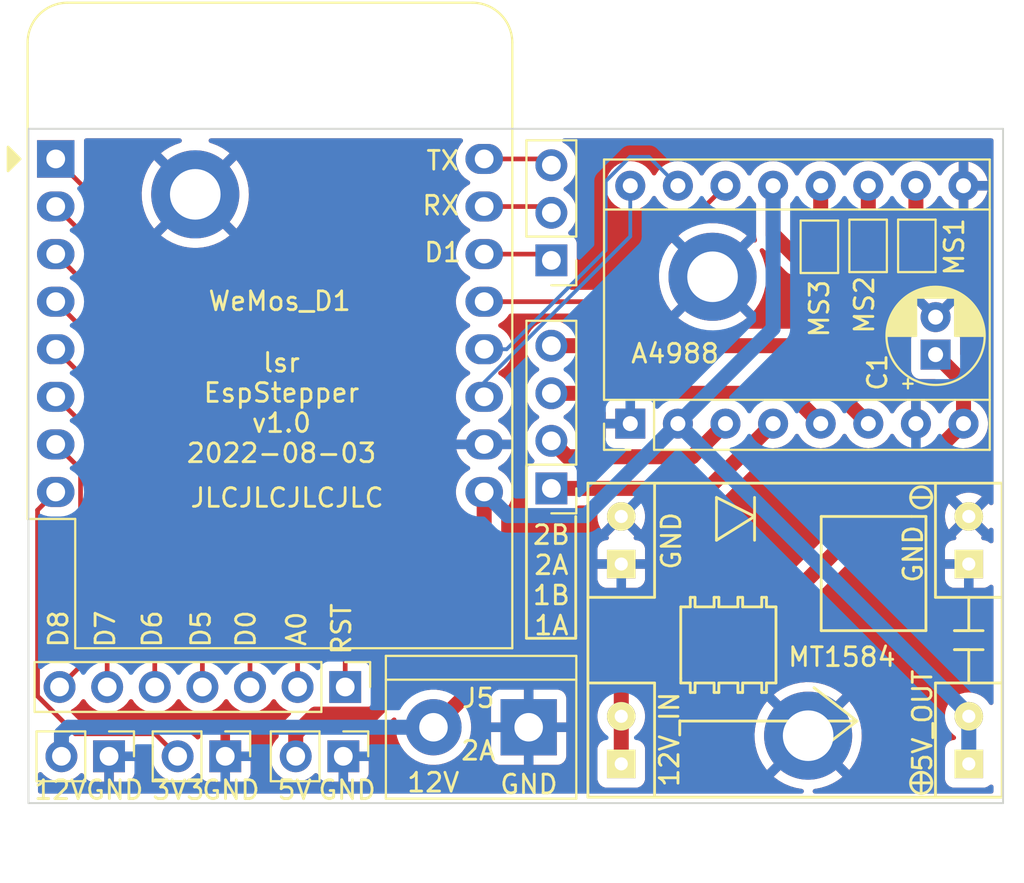
<source format=kicad_pcb>
(kicad_pcb (version 20211014) (generator pcbnew)
  (layers (0 "F.Cu" signal) (31 "B.Cu" signal) (34 "B.Paste" user) (35 "F.Paste" user) (36 "B.SilkS" user "B.Silkscreen") (37 "F.SilkS" user "F.Silkscreen") (38 "B.Mask" user) (39 "F.Mask" user) (44 "Edge.Cuts" user))
  (net 0 "")
  (net 1 "GND")
  (net 2 "+5V")
  (net 3 "1B")
  (net 4 "1A")
  (net 5 "2A")
  (net 6 "2B")
  (net 7 "+12V")
  (net 8 "MS1")
  (net 9 "MS2")
  (net 10 "MS3")
  (net 11 "D2")
  (net 12 "D3")
  (net 13 "D4")
  (net 14 "RST")
  (net 15 "A0")
  (net 16 "D0")
  (net 17 "D5")
  (net 18 "D6")
  (net 19 "D7")
  (net 20 "D8")
  (net 21 "+3V3")
  (net 22 "D1")
  (net 23 "RX")
  (net 24 "TX")
  (footprint "lsr:MP1584_buck_module" (layer "F.Cu") (at 87 101.6)
    (fp_text reference "MT1584" (at 2.5 0.9) (layer "F.SilkS"))
    (fp_text value "MT1584")
    (fp_line (start -2.159 -6.604) (end -4.191 -7.62) (layer "F.SilkS") (width 0.15))
    (fp_line (start -1.778 -2.286) (end -1.524 -2.286) (layer "F.SilkS") (width 0.15))
    (fp_line (start -5.588 -2.286) (end -5.334 -2.286) (layer "F.SilkS") (width 0.15))
    (fp_line (start -7.493 -8.382) (end -7.493 -2.286) (layer "F.SilkS") (width 0.15))
    (fp_line (start -2.794 -2.286) (end -2.794 -1.778) (layer "F.SilkS") (width 0.15))
    (fp_line (start 7.493 -2.286) (end 7.493 -8.382) (layer "F.SilkS") (width 0.15))
    (fp_line (start 3.302 4.318) (end 1.016 6.096) (layer "F.SilkS") (width 0.15))
    (fp_line (start -1.524 -1.778) (end -1.524 -2.286) (layer "F.SilkS") (width 0.15))
    (fp_line (start -5.334 -1.778) (end -4.318 -1.778) (layer "F.SilkS") (width 0.15))
    (fp_line (start 3.302 4.318) (end 1.016 2.54) (layer "F.SilkS") (width 0.15))
    (fp_line (start -4.191 -5.334) (end -2.159 -6.604) (layer "F.SilkS") (width 0.15))
    (fp_line (start -2.794 2.286) (end -2.794 2.794) (layer "F.SilkS") (width 0.15))
    (fp_line (start 6.223 7.62) (end 7.239 7.62) (layer "F.SilkS") (width 0.15))
    (fp_line (start -7.493 -2.286) (end -11.049 -2.286) (layer "F.SilkS") (width 0.15))
    (fp_line (start -3.048 -2.286) (end -2.794 -2.286) (layer "F.SilkS") (width 0.15))
    (fp_line (start -5.588 2.794) (end -5.588 2.286) (layer "F.SilkS") (width 0.15))
    (fp_line (start -5.334 -1.778) (end -5.334 -2.286) (layer "F.SilkS") (width 0.15))
    (fp_line (start 8.509 -0.508) (end 10.033 -0.508) (layer "F.SilkS") (width 0.15))
    (fp_line (start -1.524 2.286) (end -1.524 2.794) (layer "F.SilkS") (width 0.15))
    (fp_line (start -3.048 2.286) (end -4.064 2.286) (layer "F.SilkS") (width 0.15))
    (fp_line (start 6.223 -6.604) (end 1.397 -6.604) (layer "F.SilkS") (width 0.15))
    (fp_line (start -11.049 8.382) (end -11.049 -8.382) (layer "F.SilkS") (width 0.15))
    (fp_line (start -4.318 -1.778) (end -4.318 -2.286) (layer "F.SilkS") (width 0.15))
    (fp_line (start -2.159 -7.62) (end -2.159 -5.334) (layer "F.SilkS") (width 0.15))
    (fp_line (start -5.334 2.286) (end -5.334 2.794) (layer "F.SilkS") (width 0.15))
    (fp_line (start -5.588 -1.778) (end -5.588 -2.286) (layer "F.SilkS") (width 0.15))
    (fp_line (start -1.016 -1.778) (end -1.016 2.286) (layer "F.SilkS") (width 0.15))
    (fp_line (start 9.271 0.508) (end 9.271 2.286) (layer "F.SilkS") (width 0.15))
    (fp_line (start -2.794 2.794) (end -3.048 2.794) (layer "F.SilkS") (width 0.15))
    (fp_line (start -1.778 2.286) (end -2.794 2.286) (layer "F.SilkS") (width 0.15))
    (fp_line (start -5.588 2.286) (end -6.096 2.286) (layer "F.SilkS") (width 0.15))
    (fp_line (start -4.064 2.286) (end -4.064 2.794) (layer "F.SilkS") (width 0.15))
    (fp_line (start -1.016 2.286) (end -1.524 2.286) (layer "F.SilkS") (width 0.15))
    (fp_line (start -4.191 -7.62) (end -4.191 -5.334) (layer "F.SilkS") (width 0.15))
    (fp_line (start -6.096 2.032) (end -6.096 -1.778) (layer "F.SilkS") (width 0.15))
    (fp_line (start -4.318 -2.286) (end -4.064 -2.286) (layer "F.SilkS") (width 0.15))
    (fp_line (start -1.524 2.794) (end -1.778 2.794) (layer "F.SilkS") (width 0.15))
    (fp_line (start 11.049 -2.286) (end 7.493 -2.286) (layer "F.SilkS") (width 0.15))
    (fp_line (start -1.778 -1.778) (end -1.778 -2.286) (layer "F.SilkS") (width 0.15))
    (fp_line (start 6.223 -7.62) (end 7.239 -7.62) (layer "F.SilkS") (width 0.15))
    (fp_line (start -4.318 2.794) (end -4.318 2.286) (layer "F.SilkS") (width 0.15))
    (fp_line (start -7.493 2.286) (end -7.493 8.382) (layer "F.SilkS") (width 0.15))
    (fp_line (start 9.271 -2.286) (end 9.271 -0.508) (layer "F.SilkS") (width 0.15))
    (fp_line (start -6.096 2.286) (end -6.096 2.032) (layer "F.SilkS") (width 0.15))
    (fp_line (start 7.493 2.286) (end 11.049 2.286) (layer "F.SilkS") (width 0.15))
    (fp_line (start -1.524 -1.778) (end -1.016 -1.778) (layer "F.SilkS") (width 0.15))
    (fp_line (start 1.397 -6.604) (end 1.397 -0.508) (layer "F.SilkS") (width 0.15))
    (fp_line (start -5.334 2.794) (end -5.588 2.794) (layer "F.SilkS") (width 0.15))
    (fp_line (start 11.049 -8.382) (end 11.049 8.382) (layer "F.SilkS") (width 0.15))
    (fp_line (start 6.731 7.112) (end 6.731 8.128) (layer "F.SilkS") (width 0.15))
    (fp_line (start -3.048 -1.778) (end -3.048 -2.286) (layer "F.SilkS") (width 0.15))
    (fp_line (start -2.794 -1.778) (end -1.778 -1.778) (layer "F.SilkS") (width 0.15))
    (fp_line (start 10.033 0.508) (end 8.509 0.508) (layer "F.SilkS") (width 0.15))
    (fp_line (start 6.985 -0.508) (end 6.985 -6.604) (layer "F.SilkS") (width 0.15))
    (fp_line (start -4.318 2.286) (end -5.334 2.286) (layer "F.SilkS") (width 0.15))
    (fp_line (start -4.064 -1.778) (end -4.064 -2.286) (layer "F.SilkS") (width 0.15))
    (fp_line (start -6.096 4.318) (end 3.302 4.318) (layer "F.SilkS") (width 0.15))
    (fp_line (start -5.842 -1.778) (end -5.588 -1.778) (layer "F.SilkS") (width 0.15))
    (fp_line (start -11.049 -8.382) (end 11.049 -8.382) (layer "F.SilkS") (width 0.15))
    (fp_line (start 8.509 0.508) (end 9.271 0.508) (layer "F.SilkS") (width 0.15))
    (fp_line (start -4.064 2.794) (end -4.318 2.794) (layer "F.SilkS") (width 0.15))
    (fp_line (start -11.049 2.286) (end -7.493 2.286) (layer "F.SilkS") (width 0.15))
    (fp_line (start -4.064 -1.778) (end -3.048 -1.778) (layer "F.SilkS") (width 0.15))
    (fp_line (start 7.493 8.382) (end 7.493 2.286) (layer "F.SilkS") (width 0.15))
    (fp_line (start -3.048 2.794) (end -3.048 2.286) (layer "F.SilkS") (width 0.15))
    (fp_line (start -1.778 2.794) (end -1.778 2.286) (layer "F.SilkS") (width 0.15))
    (fp_line (start -6.096 -1.778) (end -5.842 -1.778) (layer "F.SilkS") (width 0.15))
    (fp_line (start 9.271 -0.508) (end 8.509 -0.508) (layer "F.SilkS") (width 0.15))
    (fp_line (start 1.397 -0.508) (end 6.985 -0.508) (layer "F.SilkS") (width 0.15))
    (fp_line (start 11.049 8.382) (end -11.049 8.382) (layer "F.SilkS") (width 0.15))
    (fp_line (start 6.985 -6.604) (end 6.223 -6.604) (layer "F.SilkS") (width 0.15))
    (fp_circle (center 6.731 7.62) (end 7.239 7.874) (layer "F.SilkS") (width 0.15) (fill none))
    (fp_circle (center 6.731 -7.62) (end 7.239 -7.874) (layer "F.SilkS") (width 0.15) (fill none))
    (pad "1" thru_hole circle locked (at -9.271 4.064) (size 1.524 1.524) (drill 0.7) (layers *.Cu *.Mask "F.SilkS") (net 7 "+12V"))
    (pad "1" thru_hole rect locked (at -9.271 6.604) (size 1.524 1.524) (drill 0.7) (layers *.Cu *.Mask "F.SilkS") (net 7 "+12V"))
    (pad "2" thru_hole rect locked (at -9.271 -4.064) (size 1.524 1.524) (drill 0.7) (layers *.Cu *.Mask "F.SilkS") (net 1 "GND"))
    (pad "2" thru_hole circle locked (at -9.271 -6.604) (size 1.524 1.524) (drill 0.7) (layers *.Cu *.Mask "F.SilkS") (net 1 "GND"))
    (pad "3" thru_hole circle locked (at 9.271 -6.604) (size 1.524 1.524) (drill 0.7) (layers *.Cu *.Mask "F.SilkS") (net 1 "GND"))
    (pad "3" thru_hole rect locked (at 9.271 -4.064) (size 1.524 1.524) (drill 0.7) (layers *.Cu *.Mask "F.SilkS") (net 1 "GND"))
    (pad "4" thru_hole circle locked (at 9.271 4.064) (size 1.524 1.524) (drill 0.7) (layers *.Cu *.Mask "F.SilkS") (net 2 "+5V"))
    (pad "4" thru_hole rect locked (at 9.271 6.604) (size 1.524 1.524) (drill 0.7) (layers *.Cu *.Mask "F.SilkS") (net 2 "+5V"))
  )
  (footprint "Module:WEMOS_D1_mini_light" (layer "F.Cu") (at 47.555 75.91)
    (fp_text reference "WeMos_D1" (at 11.945 7.59) (layer "F.SilkS"))
    (fp_text value "WeMos_D1_mini")
    (fp_line (start 22.24 -8.34) (end 0.63 -8.34) (layer "F.SilkS") (width 0.12))
    (fp_line (start 24.36 26.12) (end 24.36 -6.21) (layer "F.SilkS") (width 0.12))
    (fp_line (start 1.04 26.12) (end 24.36 26.12) (layer "F.SilkS") (width 0.12))
    (fp_line (start -1.5 19.22) (end 1.04 19.22) (layer "F.SilkS") (width 0.12))
    (fp_line (start -1.5 19.22) (end -1.5 -6.21) (layer "F.SilkS") (width 0.12))
    (fp_line (start 1.04 19.22) (end 1.04 26.12) (layer "F.SilkS") (width 0.12))
    (fp_arc (start -1.5 -6.21) (mid -0.876137 -7.716137) (end 0.63 -8.34) (layer "F.SilkS") (width 0.12))
    (fp_arc (start 22.23 -8.34) (mid 23.736137 -7.716137) (end 24.36 -6.21) (layer "F.SilkS") (width 0.12))
    (fp_poly (pts (xy -2.54 -0.635) (xy -2.54 0.635) (xy -1.905 0)) (layer "F.SilkS") (width 0.15) (fill solid))
    (pad "1" thru_hole rect (at 0 0) (size 2 2) (drill 1) (layers *.Cu *.Mask) (net 14 "RST"))
    (pad "2" thru_hole oval (at 0 2.54) (size 2 1.6) (drill 1) (layers *.Cu *.Mask) (net 15 "A0"))
    (pad "3" thru_hole oval (at 0 5.08) (size 2 1.6) (drill 1) (layers *.Cu *.Mask) (net 16 "D0"))
    (pad "4" thru_hole oval (at 0 7.62) (size 2 1.6) (drill 1) (layers *.Cu *.Mask) (net 17 "D5"))
    (pad "5" thru_hole oval (at 0 10.16) (size 2 1.6) (drill 1) (layers *.Cu *.Mask) (net 18 "D6"))
    (pad "6" thru_hole oval (at 0 12.7) (size 2 1.6) (drill 1) (layers *.Cu *.Mask) (net 19 "D7"))
    (pad "7" thru_hole oval (at 0 15.24) (size 2 1.6) (drill 1) (layers *.Cu *.Mask) (net 20 "D8"))
    (pad "8" thru_hole oval (at 0 17.78) (size 2 1.6) (drill 1) (layers *.Cu *.Mask) (net 21 "+3V3"))
    (pad "9" thru_hole oval (at 22.86 17.78) (size 2 1.6) (drill 1) (layers *.Cu *.Mask) (net 2 "+5V"))
    (pad "10" thru_hole oval (at 22.86 15.24) (size 2 1.6) (drill 1) (layers *.Cu *.Mask) (net 1 "GND"))
    (pad "11" thru_hole oval (at 22.86 12.7) (size 2 1.6) (drill 1) (layers *.Cu *.Mask) (net 13 "D4"))
    (pad "12" thru_hole oval (at 22.86 10.16) (size 2 1.6) (drill 1) (layers *.Cu *.Mask) (net 12 "D3"))
    (pad "13" thru_hole oval (at 22.86 7.62) (size 2 1.6) (drill 1) (layers *.Cu *.Mask) (net 11 "D2"))
    (pad "14" thru_hole oval (at 22.86 5.08) (size 2 1.6) (drill 1) (layers *.Cu *.Mask) (net 22 "D1"))
    (pad "15" thru_hole oval (at 22.86 2.54) (size 2 1.6) (drill 1) (layers *.Cu *.Mask) (net 23 "RX"))
    (pad "16" thru_hole oval (at 22.86 0) (size 2 1.6) (drill 1) (layers *.Cu *.Mask) (net 24 "TX"))
  )
  (footprint "MountingHole:MountingHole_2.7mm_M2.5_DIN965_Pad_TopBottom" (layer "F.Cu") (at 82.6 82.2 180)
    (fp_text reference "H1")
    (fp_text value "MountingHole_Pad")
    (pad "1" connect circle (at 0 0 180) (size 4.7 4.7) (layers "F.Cu" "F.Mask") (net 1 "GND"))
    (pad "1" thru_hole circle (at 0 0 180) (size 3.1 3.1) (drill 2.7) (layers *.Cu *.Mask) (net 1 "GND"))
    (pad "1" connect circle (at 0 0 180) (size 4.7 4.7) (layers "B.Cu" "B.Mask") (net 1 "GND"))
  )
  (footprint "Connector_PinHeader_2.54mm:PinHeader_1x04_P2.54mm_Vertical" (layer "F.Cu") (at 74 93.5 180)
    (fp_text reference "J3")
    (fp_text value "Conn_01x04_Male")
    (fp_line (start -1.33 0) (end -1.33 -1.33) (layer "F.SilkS") (width 0.12))
    (fp_line (start -1.33 8.95) (end 1.33 8.95) (layer "F.SilkS") (width 0.12))
    (fp_line (start 1.33 1.27) (end 1.33 8.95) (layer "F.SilkS") (width 0.12))
    (fp_line (start -1.33 1.27) (end 1.33 1.27) (layer "F.SilkS") (width 0.12))
    (fp_line (start -1.33 -1.33) (end 0 -1.33) (layer "F.SilkS") (width 0.12))
    (fp_line (start -1.33 1.27) (end -1.33 8.95) (layer "F.SilkS") (width 0.12))
    (pad "1" thru_hole rect (at 0 0 180) (size 1.7 1.7) (drill 1) (layers *.Cu *.Mask) (net 4 "1A"))
    (pad "2" thru_hole oval (at 0 2.54 180) (size 1.7 1.7) (drill 1) (layers *.Cu *.Mask) (net 3 "1B"))
    (pad "3" thru_hole oval (at 0 5.08 180) (size 1.7 1.7) (drill 1) (layers *.Cu *.Mask) (net 5 "2A"))
    (pad "4" thru_hole oval (at 0 7.62 180) (size 1.7 1.7) (drill 1) (layers *.Cu *.Mask) (net 6 "2B"))
  )
  (footprint "MountingHole:MountingHole_2.7mm_M2.5_DIN965_Pad_TopBottom" (layer "F.Cu") (at 87.7 106.7 180)
    (fp_text reference "H2")
    (fp_text value "MountingHole_Pad")
    (pad "1" connect circle (at 0 0 180) (size 4.7 4.7) (layers "F.Cu" "F.Mask") (net 1 "GND"))
    (pad "1" connect circle (at 0 0 180) (size 4.7 4.7) (layers "B.Cu" "B.Mask") (net 1 "GND"))
    (pad "1" thru_hole circle (at 0 0 180) (size 3.1 3.1) (drill 2.7) (layers *.Cu *.Mask) (net 1 "GND"))
  )
  (footprint "TerminalBlock:TerminalBlock_bornier-2_P5.08mm" (layer "F.Cu") (at 72.79 106.25 180)
    (fp_text reference "J5" (at 2.69 1.55) (layer "F.SilkS"))
    (fp_text value "Screw_Terminal_01x02")
    (fp_line (start -2.54 3.81) (end 7.62 3.81) (layer "F.SilkS") (width 0.12))
    (fp_line (start 7.62 2.54) (end -2.54 2.54) (layer "F.SilkS") (width 0.12))
    (fp_line (start 7.62 -3.81) (end -2.54 -3.81) (layer "F.SilkS") (width 0.12))
    (fp_line (start 7.62 3.81) (end 7.62 -3.81) (layer "F.SilkS") (width 0.12))
    (fp_line (start -2.54 -3.81) (end -2.54 3.81) (layer "F.SilkS") (width 0.12))
    (pad "1" thru_hole rect (at 0 0 180) (size 3 3) (drill 1.52) (layers *.Cu *.Mask) (net 1 "GND"))
    (pad "2" thru_hole circle (at 5.08 0 180) (size 3 3) (drill 1.52) (layers *.Cu *.Mask) (net 7 "+12V"))
  )
  (footprint "Connector_PinHeader_2.54mm:PinHeader_1x02_P2.54mm_Vertical" (layer "F.Cu") (at 50.4 107.8 -90)
    (fp_text reference "J6")
    (fp_text value "Conn_01x02_Male")
    (fp_line (start -1.33 0) (end -1.33 -1.33) (layer "F.SilkS") (width 0.12))
    (fp_line (start 1.33 1.27) (end 1.33 3.87) (layer "F.SilkS") (width 0.12))
    (fp_line (start -1.33 1.27) (end -1.33 3.87) (layer "F.SilkS") (width 0.12))
    (fp_line (start -1.33 1.27) (end 1.33 1.27) (layer "F.SilkS") (width 0.12))
    (fp_line (start -1.33 3.87) (end 1.33 3.87) (layer "F.SilkS") (width 0.12))
    (fp_line (start -1.33 -1.33) (end 0 -1.33) (layer "F.SilkS") (width 0.12))
    (pad "1" thru_hole rect (at 0 0 270) (size 1.7 1.7) (drill 1) (layers *.Cu *.Mask) (net 1 "GND"))
    (pad "2" thru_hole oval (at 0 2.54 270) (size 1.7 1.7) (drill 1) (layers *.Cu *.Mask) (net 7 "+12V"))
  )
  (footprint "Jumper:SolderJumper-2_P1.3mm_Bridged_Pad1.0x1.5mm" (layer "F.Cu") (at 88.3 80.6 90)
    (fp_text reference "MS3" (at -3.3 0 270) (layer "F.SilkS"))
    (fp_text value "SolderJumper_2_Bridged")
    (fp_poly (pts (xy -0.25 -0.3) (xy 0.25 -0.3) (xy 0.25 0.3) (xy -0.25 0.3)) (layer "F.Cu") (width 0) (fill solid))
    (fp_line (start -1.4 -1) (end 1.4 -1) (layer "F.SilkS") (width 0.12))
    (fp_line (start -1.4 1) (end -1.4 -1) (layer "F.SilkS") (width 0.12))
    (fp_line (start 1.4 1) (end -1.4 1) (layer "F.SilkS") (width 0.12))
    (fp_line (start 1.4 -1) (end 1.4 1) (layer "F.SilkS") (width 0.12))
    (pad "1" smd rect (at -0.65 0 90) (size 1 1.5) (layers "F.Cu" "F.Mask") (net 2 "+5V"))
    (pad "2" smd rect (at 0.65 0 90) (size 1 1.5) (layers "F.Cu" "F.Mask") (net 10 "MS3"))
  )
  (footprint "Capacitor_THT:CP_Radial_D5.0mm_P2.00mm" (layer "F.Cu") (at 94.5 86.355113 90)
    (fp_text reference "C1" (at -0.944887 -3.1 90) (layer "F.SilkS"))
    (fp_text value "C_Polarized")
    (fp_line (start 2.441 -2.149) (end 2.441 -1.04) (layer "F.SilkS") (width 0.12))
    (fp_line (start 1.6 1.04) (end 1.6 2.511) (layer "F.SilkS") (width 0.12))
    (fp_line (start 2.761 1.04) (end 2.761 1.901) (layer "F.SilkS") (width 0.12))
    (fp_line (start 2.681 1.04) (end 2.681 1.971) (layer "F.SilkS") (width 0.12))
    (fp_line (start 2.761 -1.901) (end 2.761 -1.04) (layer "F.SilkS") (width 0.12))
    (fp_line (start 2.841 -1.826) (end 2.841 -1.04) (layer "F.SilkS") (width 0.12))
    (fp_line (start 3.001 -1.653) (end 3.001 -1.04) (layer "F.SilkS") (width 0.12))
    (fp_line (start 1.68 1.04) (end 1.68 2.491) (layer "F.SilkS") (width 0.12))
    (fp_line (start 3.521 -0.677) (end 3.521 0.677) (layer "F.SilkS") (width 0.12))
    (fp_line (start 1.2 1.04) (end 1.2 2.573) (layer "F.SilkS") (width 0.12))
    (fp_line (start 2.721 -1.937) (end 2.721 -1.04) (layer "F.SilkS") (width 0.12))
    (fp_line (start 3.281 -1.251) (end 3.281 1.251) (layer "F.SilkS") (width 0.12))
    (fp_line (start 1.16 -2.576) (end 1.16 -1.04) (layer "F.SilkS") (width 0.12))
    (fp_line (start 1.08 1.04) (end 1.08 2.579) (layer "F.SilkS") (width 0.12))
    (fp_line (start 1.68 -2.491) (end 1.68 -1.04) (layer "F.SilkS") (width 0.12))
    (fp_line (start 1.4 1.04) (end 1.4 2.55) (layer "F.SilkS") (width 0.12))
    (fp_line (start 2.281 -2.247) (end 2.281 -1.04) (layer "F.SilkS") (width 0.12))
    (fp_line (start 1.52 1.04) (end 1.52 2.528) (layer "F.SilkS") (width 0.12))
    (fp_line (start 1.761 1.04) (end 1.761 2.468) (layer "F.SilkS") (width 0.12))
    (fp_line (start 2.161 1.04) (end 2.161 2.31) (layer "F.SilkS") (width 0.12))
    (fp_line (start 2.321 -2.224) (end 2.321 -1.04) (layer "F.SilkS") (width 0.12))
    (fp_line (start 2.081 -2.348) (end 2.081 -1.04) (layer "F.SilkS") (width 0.12))
    (fp_line (start 2.241 -2.268) (end 2.241 -1.04) (layer "F.SilkS") (width 0.12))
    (fp_line (start 2.601 1.04) (end 2.601 2.035) (layer "F.SilkS") (width 0.12))
    (fp_line (start 1.56 1.04) (end 1.56 2.52) (layer "F.SilkS") (width 0.12))
    (fp_line (start 2.441 1.04) (end 2.441 2.149) (layer "F.SilkS") (width 0.12))
    (fp_line (start 3.401 -1.011) (end 3.401 1.011) (layer "F.SilkS") (width 0.12))
    (fp_line (start 3.201 -1.383) (end 3.201 1.383) (layer "F.SilkS") (width 0.12))
    (fp_line (start 1.2 -2.573) (end 1.2 -1.04) (layer "F.SilkS") (width 0.12))
    (fp_line (start 2.521 1.04) (end 2.521 2.095) (layer "F.SilkS") (width 0.12))
    (fp_line (start 2.121 1.04) (end 2.121 2.329) (layer "F.SilkS") (width 0.12))
    (fp_line (start 3.561 -0.518) (end 3.561 0.518) (layer "F.SilkS") (width 0.12))
    (fp_line (start 3.161 -1.443) (end 3.161 1.443) (layer "F.SilkS") (width 0.12))
    (fp_line (start 2.321 1.04) (end 2.321 2.224) (layer "F.SilkS") (width 0.12))
    (fp_line (start 1.801 1.04) (end 1.801 2.455) (layer "F.SilkS") (width 0.12))
    (fp_line (start 2.481 1.04) (end 2.481 2.122) (layer "F.SilkS") (width 0.12))
    (fp_line (start 2.961 1.04) (end 2.961 1.699) (layer "F.SilkS") (width 0.12))
    (fp_line (start 1.881 1.04) (end 1.881 2.428) (layer "F.SilkS") (width 0.12))
    (fp_line (start 1.08 -2.579) (end 1.08 -1.04) (layer "F.SilkS") (width 0.12))
    (fp_line (start 1.801 -2.455) (end 1.801 -1.04) (layer "F.SilkS") (width 0.12))
    (fp_line (start 1.6 -2.511) (end 1.6 -1.04) (layer "F.SilkS") (width 0.12))
    (fp_line (start 2.881 1.04) (end 2.881 1.785) (layer "F.SilkS") (width 0.12))
    (fp_line (start 1.56 -2.52) (end 1.56 -1.04) (layer "F.SilkS") (width 0.12))
    (fp_line (start 2.641 1.04) (end 2.641 2.004) (layer "F.SilkS") (width 0.12))
    (fp_line (start 2.961 -1.699) (end 2.961 -1.04) (layer "F.SilkS") (width 0.12))
    (fp_line (start 1.52 -2.528) (end 1.52 -1.04) (layer "F.SilkS") (width 0.12))
    (fp_line (start 1.4 -2.55) (end 1.4 -1.04) (layer "F.SilkS") (width 0.12))
    (fp_line (start 2.201 -2.29) (end 2.201 -1.04) (layer "F.SilkS") (width 0.12))
    (fp_line (start 2.921 -1.743) (end 2.921 -1.04) (layer "F.SilkS") (width 0.12))
    (fp_line (start 3.121 -1.5) (end 3.121 1.5) (layer "F.SilkS") (width 0.12))
    (fp_line (start 2.401 -2.175) (end 2.401 -1.04) (layer "F.SilkS") (width 0.12))
    (fp_line (start 1.721 1.04) (end 1.721 2.48) (layer "F.SilkS") (width 0.12))
    (fp_line (start 2.841 1.04) (end 2.841 1.826) (layer "F.SilkS") (width 0.12))
    (fp_line (start 3.481 -0.805) (end 3.481 0.805) (layer "F.SilkS") (width 0.12))
    (fp_line (start 1.721 -2.48) (end 1.721 -1.04) (layer "F.SilkS") (width 0.12))
    (fp_line (start 1.12 1.04) (end 1.12 2.578) (layer "F.SilkS") (width 0.12))
    (fp_line (start 2.681 -1.971) (end 2.681 -1.04) (layer "F.SilkS") (width 0.12))
    (fp_line (start 1.761 -2.468) (end 1.761 -1.04) (layer "F.SilkS") (width 0.12))
    (fp_line (start 2.721 1.04) (end 2.721 1.937) (layer "F.SilkS") (width 0.12))
    (fp_line (start 1.961 1.04) (end 1.961 2.398) (layer "F.SilkS") (width 0.12))
    (fp_line (start 1.32 -2.561) (end 1.32 -1.04) (layer "F.SilkS") (width 0.12))
    (fp_line (start 1.921 -2.414) (end 1.921 -1.04) (layer "F.SilkS") (width 0.12))
    (fp_line (start 1.24 -2.569) (end 1.24 -1.04) (layer "F.SilkS") (width 0.12))
    (fp_line (start 2.041 -2.365) (end 2.041 -1.04) (layer "F.SilkS") (width 0.12))
    (fp_line (start 2.401 1.04) (end 2.401 2.175) (layer "F.SilkS") (width 0.12))
    (fp_line (start 2.921 1.04) (end 2.921 1.743) (layer "F.SilkS") (width 0.12))
    (fp_line (start 3.321 -1.178) (end 3.321 1.178) (layer "F.SilkS") (width 0.12))
    (fp_line (start 1.28 1.04) (end 1.28 2.565) (layer "F.SilkS") (width 0.12))
    (fp_line (start 2.001 1.04) (end 2.001 2.382) (layer "F.SilkS") (width 0.12))
    (fp_line (start 2.561 1.04) (end 2.561 2.065) (layer "F.SilkS") (width 0.12))
    (fp_line (start 1.28 -2.565) (end 1.28 -1.04) (layer "F.SilkS") (width 0.12))
    (fp_line (start 2.121 -2.329) (end 2.121 -1.04) (layer "F.SilkS") (width 0.12))
    (fp_line (start 1.48 -2.536) (end 1.48 -1.04) (layer "F.SilkS") (width 0.12))
    (fp_line (start 3.041 -1.605) (end 3.041 1.605) (layer "F.SilkS") (width 0.12))
    (fp_line (start 3.601 -0.284) (end 3.601 0.284) (layer "F.SilkS") (width 0.12))
    (fp_line (start 1.36 -2.556) (end 1.36 -1.04) (layer "F.SilkS") (width 0.12))
    (fp_line (start 1.48 1.04) (end 1.48 2.536) (layer "F.SilkS") (width 0.12))
    (fp_line (start 2.041 1.04) (end 2.041 2.365) (layer "F.SilkS") (width 0.12))
    (fp_line (start 1.04 1.04) (end 1.04 2.58) (layer "F.SilkS") (width 0.12))
    (fp_line (start 2.481 -2.122) (end 2.481 -1.04) (layer "F.SilkS") (width 0.12))
    (fp_line (start 1.841 -2.442) (end 1.841 -1.04) (layer "F.SilkS") (width 0.12))
    (fp_line (start 2.001 -2.382) (end 2.001 -1.04) (layer "F.SilkS") (width 0.12))
    (fp_line (start -1.804775 -1.475) (end -1.304775 -1.475) (layer "F.SilkS") (width 0.12))
    (fp_line (start 2.241 1.04) (end 2.241 2.268) (layer "F.SilkS") (width 0.12))
    (fp_line (start 2.281 1.04) (end 2.281 2.247) (layer "F.SilkS") (width 0.12))
    (fp_line (start 3.081 -1.554) (end 3.081 1.554) (layer "F.SilkS") (width 0.12))
    (fp_line (start 3.001 1.04) (end 3.001 1.653) (layer "F.SilkS") (width 0.12))
    (fp_line (start 2.801 -1.864) (end 2.801 -1.04) (layer "F.SilkS") (width 0.12))
    (fp_line (start 1.841 1.04) (end 1.841 2.442) (layer "F.SilkS") (width 0.12))
    (fp_line (start 1.64 -2.501) (end 1.64 -1.04) (layer "F.SilkS") (width 0.12))
    (fp_line (start 2.201 1.04) (end 2.201 2.29) (layer "F.SilkS") (width 0.12))
    (fp_line (start 3.441 -0.915) (end 3.441 0.915) (layer "F.SilkS") (width 0.12))
    (fp_line (start 2.641 -2.004) (end 2.641 -1.04) (layer "F.SilkS") (width 0.12))
    (fp_line (start 1.32 1.04) (end 1.32 2.561) (layer "F.SilkS") (width 0.12))
    (fp_line (start 1.961 -2.398) (end 1.961 -1.04) (layer "F.SilkS") (width 0.12))
    (fp_line (start 1.44 -2.543) (end 1.44 -1.04) (layer "F.SilkS") (width 0.12))
    (fp_line (start 3.241 -1.319) (end 3.241 1.319) (layer "F.SilkS") (width 0.12))
    (fp_line (start -1.554775 -1.725) (end -1.554775 -1.225) (layer "F.SilkS") (width 0.12))
    (fp_line (start 1 -2.58) (end 1 -1.04) (layer "F.SilkS") (width 0.12))
    (fp_line (start 2.361 -2.2) (end 2.361 -1.04) (layer "F.SilkS") (width 0.12))
    (fp_line (start 1.24 1.04) (end 1.24 2.569) (layer "F.SilkS") (width 0.12))
    (fp_line (start 2.801 1.04) (end 2.801 1.864) (layer "F.SilkS") (width 0.12))
    (fp_line (start 1 1.04) (end 1 2.58) (layer "F.SilkS") (width 0.12))
    (fp_line (start 2.081 1.04) (end 2.081 2.348) (layer "F.SilkS") (width 0.12))
    (fp_line (start 1.64 1.04) (end 1.64 2.501) (layer "F.SilkS") (width 0.12))
    (fp_line (start 1.04 -2.58) (end 1.04 -1.04) (layer "F.SilkS") (width 0.12))
    (fp_line (start 3.361 -1.098) (end 3.361 1.098) (layer "F.SilkS") (width 0.12))
    (fp_line (start 2.561 -2.065) (end 2.561 -1.04) (layer "F.SilkS") (width 0.12))
    (fp_line (start 1.16 1.04) (end 1.16 2.576) (layer "F.SilkS") (width 0.12))
    (fp_line (start 2.601 -2.035) (end 2.601 -1.04) (layer "F.SilkS") (width 0.12))
    (fp_line (start 2.361 1.04) (end 2.361 2.2) (layer "F.SilkS") (width 0.12))
    (fp_line (start 1.36 1.04) (end 1.36 2.556) (layer "F.SilkS") (width 0.12))
    (fp_line (start 1.12 -2.578) (end 1.12 -1.04) (layer "F.SilkS") (width 0.12))
    (fp_line (start 1.881 -2.428) (end 1.881 -1.04) (layer "F.SilkS") (width 0.12))
    (fp_line (start 1.921 1.04) (end 1.921 2.414) (layer "F.SilkS") (width 0.12))
    (fp_line (start 2.521 -2.095) (end 2.521 -1.04) (layer "F.SilkS") (width 0.12))
    (fp_line (start 2.161 -2.31) (end 2.161 -1.04) (layer "F.SilkS") (width 0.12))
    (fp_line (start 1.44 1.04) (end 1.44 2.543) (layer "F.SilkS") (width 0.12))
    (fp_line (start 2.881 -1.785) (end 2.881 -1.04) (layer "F.SilkS") (width 0.12))
    (fp_circle (center 1 0) (end 3.62 0) (layer "F.SilkS") (width 0.12) (fill none))
    (pad "1" thru_hole rect (at 0 0 90) (size 1.6 1.6) (drill 0.8) (layers *.Cu *.Mask) (net 7 "+12V"))
    (pad "2" thru_hole circle (at 2 0 90) (size 1.6 1.6) (drill 0.8) (layers *.Cu *.Mask) (net 1 "GND"))
  )
  (footprint "Connector_PinHeader_2.54mm:PinHeader_1x03_P2.54mm_Vertical" (layer "F.Cu") (at 74 81.325 180)
    (fp_text reference "J4")
    (fp_text value "Conn_01x03_Male")
    (fp_line (start -1.33 1.27) (end -1.33 6.41) (layer "F.SilkS") (width 0.12))
    (fp_line (start -1.33 -1.33) (end 0 -1.33) (layer "F.SilkS") (width 0.12))
    (fp_line (start -1.33 6.41) (end 1.33 6.41) (layer "F.SilkS") (width 0.12))
    (fp_line (start -1.33 0) (end -1.33 -1.33) (layer "F.SilkS") (width 0.12))
    (fp_line (start -1.33 1.27) (end 1.33 1.27) (layer "F.SilkS") (width 0.12))
    (fp_line (start 1.33 1.27) (end 1.33 6.41) (layer "F.SilkS") (width 0.12))
    (pad "1" thru_hole rect (at 0 0 180) (size 1.7 1.7) (drill 1) (layers *.Cu *.Mask) (net 22 "D1"))
    (pad "2" thru_hole oval (at 0 2.54 180) (size 1.7 1.7) (drill 1) (layers *.Cu *.Mask) (net 23 "RX"))
    (pad "3" thru_hole oval (at 0 5.08 180) (size 1.7 1.7) (drill 1) (layers *.Cu *.Mask) (net 24 "TX"))
  )
  (footprint "Connector_PinHeader_2.54mm:PinHeader_1x07_P2.54mm_Vertical" (layer "F.Cu") (at 63 104.1 -90)
    (fp_text reference "J1")
    (fp_text value "Conn_01x07_Male")
    (fp_line (start -1.33 16.57) (end 1.33 16.57) (layer "F.SilkS") (width 0.12))
    (fp_line (start -1.33 0) (end -1.33 -1.33) (layer "F.SilkS") (width 0.12))
    (fp_line (start -1.33 1.27) (end 1.33 1.27) (layer "F.SilkS") (width 0.12))
    (fp_line (start -1.33 -1.33) (end 0 -1.33) (layer "F.SilkS") (width 0.12))
    (fp_line (start -1.33 1.27) (end -1.33 16.57) (layer "F.SilkS") (width 0.12))
    (fp_line (start 1.33 1.27) (end 1.33 16.57) (layer "F.SilkS") (width 0.12))
    (pad "1" thru_hole rect (at 0 0 270) (size 1.7 1.7) (drill 1) (layers *.Cu *.Mask) (net 14 "RST"))
    (pad "2" thru_hole oval (at 0 2.54 270) (size 1.7 1.7) (drill 1) (layers *.Cu *.Mask) (net 15 "A0"))
    (pad "3" thru_hole oval (at 0 5.08 270) (size 1.7 1.7) (drill 1) (layers *.Cu *.Mask) (net 16 "D0"))
    (pad "4" thru_hole oval (at 0 7.62 270) (size 1.7 1.7) (drill 1) (layers *.Cu *.Mask) (net 17 "D5"))
    (pad "5" thru_hole oval (at 0 10.16 270) (size 1.7 1.7) (drill 1) (layers *.Cu *.Mask) (net 18 "D6"))
    (pad "6" thru_hole oval (at 0 12.7 270) (size 1.7 1.7) (drill 1) (layers *.Cu *.Mask) (net 19 "D7"))
    (pad "7" thru_hole oval (at 0 15.24 270) (size 1.7 1.7) (drill 1) (layers *.Cu *.Mask) (net 20 "D8"))
  )
  (footprint "Connector_PinHeader_2.54mm:PinHeader_1x02_P2.54mm_Vertical" (layer "F.Cu") (at 56.6 107.8 -90)
    (fp_text reference "J2")
    (fp_text value "Conn_01x02_Male")
    (fp_line (start 1.33 1.27) (end 1.33 3.87) (layer "F.SilkS") (width 0.12))
    (fp_line (start -1.33 1.27) (end 1.33 1.27) (layer "F.SilkS") (width 0.12))
    (fp_line (start -1.33 0) (end -1.33 -1.33) (layer "F.SilkS") (width 0.12))
    (fp_line (start -1.33 3.87) (end 1.33 3.87) (layer "F.SilkS") (width 0.12))
    (fp_line (start -1.33 -1.33) (end 0 -1.33) (layer "F.SilkS") (width 0.12))
    (fp_line (start -1.33 1.27) (end -1.33 3.87) (layer "F.SilkS") (width 0.12))
    (pad "1" thru_hole rect (at 0 0 270) (size 1.7 1.7) (drill 1) (layers *.Cu *.Mask) (net 1 "GND"))
    (pad "2" thru_hole oval (at 0 2.54 270) (size 1.7 1.7) (drill 1) (layers *.Cu *.Mask) (net 21 "+3V3"))
  )
  (footprint "Module:Pololu_Breakout-16_15.2x20.3mm" (layer "F.Cu") (at 78.21 90.04 90)
    (fp_text reference "A4988" (at 3.74 2.39 180) (layer "F.SilkS"))
    (fp_text value "Pololu_Breakout_A4988")
    (fp_line (start 14.1 19.18) (end 14.1 -1.4) (layer "F.SilkS") (width 0.12))
    (fp_line (start 11.43 -1.4) (end 11.43 19.18) (layer "F.SilkS") (width 0.12))
    (fp_line (start -1.4 -1.4) (end -1.4 0) (layer "F.SilkS") (width 0.12))
    (fp_line (start 1.27 -1.4) (end 1.27 1.27) (layer "F.SilkS") (width 0.12))
    (fp_line (start 1.27 1.27) (end 1.27 19.18) (layer "F.SilkS") (width 0.12))
    (fp_line (start 0 -1.4) (end -1.4 -1.4) (layer "F.SilkS") (width 0.12))
    (fp_line (start 14.1 -1.4) (end 1.27 -1.4) (layer "F.SilkS") (width 0.12))
    (fp_line (start -1.4 19.18) (end 14.1 19.18) (layer "F.SilkS") (width 0.12))
    (fp_line (start -1.4 1.27) (end -1.4 19.18) (layer "F.SilkS") (width 0.12))
    (fp_line (start 1.27 1.27) (end -1.4 1.27) (layer "F.SilkS") (width 0.12))
    (pad "1" thru_hole rect (at 0 0 90) (size 1.6 1.6) (drill 0.8) (layers *.Cu *.Mask) (net 1 "GND"))
    (pad "2" thru_hole oval (at 0 2.54 90) (size 1.6 1.6) (drill 0.8) (layers *.Cu *.Mask) (net 2 "+5V"))
    (pad "3" thru_hole oval (at 0 5.08 90) (size 1.6 1.6) (drill 0.8) (layers *.Cu *.Mask) (net 3 "1B"))
    (pad "4" thru_hole oval (at 0 7.62 90) (size 1.6 1.6) (drill 0.8) (layers *.Cu *.Mask) (net 4 "1A"))
    (pad "5" thru_hole oval (at 0 10.16 90) (size 1.6 1.6) (drill 0.8) (layers *.Cu *.Mask) (net 5 "2A"))
    (pad "6" thru_hole oval (at 0 12.7 90) (size 1.6 1.6) (drill 0.8) (layers *.Cu *.Mask) (net 6 "2B"))
    (pad "7" thru_hole oval (at 0 15.24 90) (size 1.6 1.6) (drill 0.8) (layers *.Cu *.Mask) (net 1 "GND"))
    (pad "8" thru_hole oval (at 0 17.78 90) (size 1.6 1.6) (drill 0.8) (layers *.Cu *.Mask) (net 7 "+12V"))
    (pad "9" thru_hole oval (at 12.7 17.78 90) (size 1.6 1.6) (drill 0.8) (layers *.Cu *.Mask) (net 1 "GND"))
    (pad "10" thru_hole oval (at 12.7 15.24 90) (size 1.6 1.6) (drill 0.8) (layers *.Cu *.Mask) (net 8 "MS1"))
    (pad "11" thru_hole oval (at 12.7 12.7 90) (size 1.6 1.6) (drill 0.8) (layers *.Cu *.Mask) (net 9 "MS2"))
    (pad "12" thru_hole oval (at 12.7 10.16 90) (size 1.6 1.6) (drill 0.8) (layers *.Cu *.Mask) (net 10 "MS3"))
    (pad "13" thru_hole oval (at 12.7 7.62 90) (size 1.6 1.6) (drill 0.8) (layers *.Cu *.Mask) (net 2 "+5V"))
    (pad "14" thru_hole oval (at 12.7 5.08 90) (size 1.6 1.6) (drill 0.8) (layers *.Cu *.Mask) (net 11 "D2"))
    (pad "15" thru_hole oval (at 12.7 2.54 90) (size 1.6 1.6) (drill 0.8) (layers *.Cu *.Mask) (net 12 "D3"))
    (pad "16" thru_hole oval (at 12.7 0 90) (size 1.6 1.6) (drill 0.8) (layers *.Cu *.Mask) (net 13 "D4"))
  )
  (footprint "MountingHole:MountingHole_2.7mm_M2.5_DIN965_Pad_TopBottom" (layer "F.Cu") (at 55 77.8 180)
    (fp_text reference "H3")
    (fp_text value "MountingHole_Pad")
    (pad "1" connect circle (at 0 0 180) (size 4.7 4.7) (layers "F.Cu" "F.Mask") (net 1 "GND"))
    (pad "1" connect circle (at 0 0 180) (size 4.7 4.7) (layers "B.Cu" "B.Mask") (net 1 "GND"))
    (pad "1" thru_hole circle (at 0 0 180) (size 3.1 3.1) (drill 2.7) (layers *.Cu *.Mask) (net 1 "GND"))
  )
  (footprint "Connector_PinHeader_2.54mm:PinHeader_1x02_P2.54mm_Vertical" (layer "F.Cu") (at 62.9 107.8 -90)
    (fp_text reference "J7")
    (fp_text value "Conn_01x02_Male")
    (fp_line (start -1.33 1.27) (end -1.33 3.87) (layer "F.SilkS") (width 0.12))
    (fp_line (start -1.33 1.27) (end 1.33 1.27) (layer "F.SilkS") (width 0.12))
    (fp_line (start -1.33 -1.33) (end 0 -1.33) (layer "F.SilkS") (width 0.12))
    (fp_line (start -1.33 3.87) (end 1.33 3.87) (layer "F.SilkS") (width 0.12))
    (fp_line (start 1.33 1.27) (end 1.33 3.87) (layer "F.SilkS") (width 0.12))
    (fp_line (start -1.33 0) (end -1.33 -1.33) (layer "F.SilkS") (width 0.12))
    (pad "1" thru_hole rect (at 0 0 270) (size 1.7 1.7) (drill 1) (layers *.Cu *.Mask) (net 1 "GND"))
    (pad "2" thru_hole oval (at 0 2.54 270) (size 1.7 1.7) (drill 1) (layers *.Cu *.Mask) (net 2 "+5V"))
  )
  (footprint "Jumper:SolderJumper-2_P1.3mm_Bridged_Pad1.0x1.5mm" (layer "F.Cu") (at 93.5 80.55 90)
    (fp_text reference "MS1" (at -0.05 2 90) (layer "F.SilkS"))
    (fp_text value "SolderJumper_2_Bridged")
    (fp_poly (pts (xy -0.25 -0.3) (xy 0.25 -0.3) (xy 0.25 0.3) (xy -0.25 0.3)) (layer "F.Cu") (width 0) (fill solid))
    (fp_line (start -1.4 1) (end -1.4 -1) (layer "F.SilkS") (width 0.12))
    (fp_line (start 1.4 1) (end -1.4 1) (layer "F.SilkS") (width 0.12))
    (fp_line (start 1.4 -1) (end 1.4 1) (layer "F.SilkS") (width 0.12))
    (fp_line (start -1.4 -1) (end 1.4 -1) (layer "F.SilkS") (width 0.12))
    (pad "1" smd rect (at -0.65 0 90) (size 1 1.5) (layers "F.Cu" "F.Mask") (net 2 "+5V"))
    (pad "2" smd rect (at 0.65 0 90) (size 1 1.5) (layers "F.Cu" "F.Mask") (net 8 "MS1"))
  )
  (footprint "Jumper:SolderJumper-2_P1.3mm_Bridged_Pad1.0x1.5mm" (layer "F.Cu") (at 90.9 80.55 90)
    (fp_text reference "MS2" (at -3.15 -0.2 270) (layer "F.SilkS"))
    (fp_text value "SolderJumper_2_Bridged")
    (fp_poly (pts (xy -0.25 -0.3) (xy 0.25 -0.3) (xy 0.25 0.3) (xy -0.25 0.3)) (layer "F.Cu") (width 0) (fill solid))
    (fp_line (start 1.4 -1) (end 1.4 1) (layer "F.SilkS") (width 0.12))
    (fp_line (start -1.4 -1) (end 1.4 -1) (layer "F.SilkS") (width 0.12))
    (fp_line (start 1.4 1) (end -1.4 1) (layer "F.SilkS") (width 0.12))
    (fp_line (start -1.4 1) (end -1.4 -1) (layer "F.SilkS") (width 0.12))
    (pad "1" smd rect (at -0.65 0 90) (size 1 1.5) (layers "F.Cu" "F.Mask") (net 2 "+5V"))
    (pad "2" smd rect (at 0.65 0 90) (size 1 1.5) (layers "F.Cu" "F.Mask") (net 9 "MS2"))
  )
  (gr_line (start 72.67 92.3) (end 72.67 101.5) (layer "F.SilkS") (width 0.15))
  (gr_line (start 72.67 101.5) (end 75.3 101.5) (layer "F.SilkS") (width 0.15))
  (gr_line (start 75.3 101.4) (end 75.3 95) (layer "F.SilkS") (width 0.15))
  (gr_line (start 75.3 101.5) (end 75.3 101.3) (layer "F.SilkS") (width 0.15))
  (gr_line (start 46.1 110.3) (end 46.1 74.3) (layer "Edge.Cuts") (width 0.1))
  (gr_line (start 46.1 110.3) (end 98.1 110.3) (layer "Edge.Cuts") (width 0.1))
  (gr_line (start 46.1 74.3) (end 98.1 74.3) (layer "Edge.Cuts") (width 0.1))
  (gr_line (start 98.1 110.3) (end 98.1 74.3) (layer "Edge.Cuts") (width 0.1))
  (gr_text "RX" (at 68.1 78.4) (layer "F.SilkS") (effects (font (size 1 1))))
  (gr_text "D5" (at 55.3 101 90) (layer "F.SilkS") (effects (font (size 1 1))))
  (gr_text "GND" (at 63.1 109.6) (layer "F.SilkS") (effects (font (size 1 1))))
  (gr_text "GND" (at 56.9 109.6) (layer "F.SilkS") (effects (font (size 1 1))))
  (gr_text "12V" (at 47.8 109.6) (layer "F.SilkS") (effects (font (size 1 1))))
  (gr_text "2A" (at 70.1 107.5) (layer "F.SilkS") (effects (font (size 1 1))))
  (gr_text "TX" (at 68.2 76) (layer "F.SilkS") (effects (font (size 1 1))))
  (gr_text "A0" (at 60.4 101 90) (layer "F.SilkS") (effects (font (size 1 1))))
  (gr_text "D6" (at 52.7 101 90) (layer "F.SilkS") (effects (font (size 1 1))))
  (gr_text "D8" (at 47.7 101 90) (layer "F.SilkS") (effects (font (size 1 1))))
  (gr_text "GND" (at 50.7 109.6) (layer "F.SilkS") (effects (font (size 1 1))))
  (gr_text "3V3" (at 54.1 109.6) (layer "F.SilkS") (effects (font (size 1 1))))
  (gr_text "GND" (at 80.4 96.3 90) (layer "F.SilkS") (effects (font (size 1 1))))
  (gr_text "D7" (at 50.2 101 90) (layer "F.SilkS") (effects (font (size 1 1))))
  (gr_text "5V_OUT" (at 93.8 105.9 90) (layer "F.SilkS") (effects (font (size 1 1))))
  (gr_text "2B\n2A\n1B\n1A" (at 74 98.4) (layer "F.SilkS") (effects (font (size 1 1))))
  (gr_text "12V_IN" (at 80.3 106.9 90) (layer "F.SilkS") (effects (font (size 1 1))))
  (gr_text "5V" (at 60.3 109.6) (layer "F.SilkS") (effects (font (size 1 1))))
  (gr_text "12V" (at 67.7 109.2) (layer "F.SilkS") (effects (font (size 1 1))))
  (gr_text "JLCJLCJLCJLC" (at 59.9 94) (layer "F.SilkS") (effects (font (size 1 1))))
  (gr_text "D1" (at 68.2 80.9) (layer "F.SilkS") (effects (font (size 1 1))))
  (gr_text "GND" (at 93.3 97 90) (layer "F.SilkS") (effects (font (size 1 1))))
  (gr_text "GND" (at 72.8 109.3) (layer "F.SilkS") (effects (font (size 1 1))))
  (gr_text "D0" (at 57.7 101 90) (layer "F.SilkS") (effects (font (size 1 1))))
  (gr_text "RST" (at 62.8 101 90) (layer "F.SilkS") (effects (font (size 1 1))))
  (gr_text "lsr\nEspStepper\nv1.0\n2022-08-03" (at 59.6 89.2) (layer "F.SilkS") (effects (font (size 1 1))))
  (segment (start 60.36 106.597919) (end 61.408408 105.549511) (width 0.8) (layer "F.Cu") (net 2))
  (segment (start 85.83 77.34) (end 85.83 79.929022) (width 0.8) (layer "F.Cu") (net 2))
  (segment (start 64.449511 105.549511) (end 70.415 99.584022) (width 0.8) (layer "F.Cu") (net 2))
  (segment (start 87.150978 81.25) (end 88.3 81.25) (width 0.8) (layer "F.Cu") (net 2))
  (segment (start 90.9 81.2) (end 93.5 81.2) (width 0.8) (layer "F.Cu") (net 2))
  (segment (start 60.36 107.8) (end 60.36 106.597919) (width 0.8) (layer "F.Cu") (net 2))
  (segment (start 85.83 79.929022) (end 87.150978 81.25) (width 0.8) (layer "F.Cu") (net 2))
  (segment (start 90.85 81.25) (end 90.9 81.2) (width 0.8) (layer "F.Cu") (net 2))
  (segment (start 70.415 99.584022) (end 70.415 93.69) (width 0.8) (layer "F.Cu") (net 2))
  (segment (start 88.3 81.25) (end 90.85 81.25) (width 0.8) (layer "F.Cu") (net 2))
  (segment (start 61.408408 105.549511) (end 64.449511 105.549511) (width 0.8) (layer "F.Cu") (net 2))
  (segment (start 96.271 105.561) (end 96.271 105.664) (width 0.8) (layer "B.Cu") (net 2))
  (segment (start 71.674511 94.949511) (end 75.840489 94.949511) (width 0.8) (layer "B.Cu") (net 2))
  (segment (start 85.83 77.34) (end 85.83 84.96) (width 0.8) (layer "B.Cu") (net 2))
  (segment (start 75.840489 94.949511) (end 80.75 90.04) (width 0.8) (layer "B.Cu") (net 2))
  (segment (start 85.83 84.96) (end 80.75 90.04) (width 0.8) (layer "B.Cu") (net 2))
  (segment (start 70.415 93.69) (end 71.674511 94.949511) (width 0.8) (layer "B.Cu") (net 2))
  (segment (start 80.75 90.04) (end 96.271 105.561) (width 0.8) (layer "B.Cu") (net 2))
  (segment (start 96.271 105.664) (end 96.271 108.204) (width 0.8) (layer "B.Cu") (net 2))
  (segment (start 74.85 91.81) (end 81.52 91.81) (width 0.8) (layer "F.Cu") (net 3))
  (segment (start 81.52 91.81) (end 83.29 90.04) (width 0.8) (layer "F.Cu") (net 3))
  (segment (start 74 90.96) (end 74.85 91.81) (width 0.8) (layer "F.Cu") (net 3))
  (segment (start 74 93.5) (end 82.37 93.5) (width 0.8) (layer "F.Cu") (net 4))
  (segment (start 82.37 93.5) (end 85.83 90.04) (width 0.8) (layer "F.Cu") (net 4))
  (segment (start 86.75 88.42) (end 88.37 90.04) (width 0.8) (layer "F.Cu") (net 5))
  (segment (start 74 88.42) (end 86.75 88.42) (width 0.8) (layer "F.Cu") (net 5))
  (segment (start 86.75 85.88) (end 90.91 90.04) (width 0.8) (layer "F.Cu") (net 6))
  (segment (start 74 85.88) (end 86.75 85.88) (width 0.8) (layer "F.Cu") (net 6))
  (segment (start 77.729 105.664) (end 77.729 103.765074) (width 0.8) (layer "F.Cu") (net 7))
  (segment (start 73.961963 99.998037) (end 67.71 106.25) (width 0.8) (layer "F.Cu") (net 7))
  (segment (start 77.729 108.204) (end 77.729 105.664) (width 0.8) (layer "F.Cu") (net 7))
  (segment (start 95.99 87.845113) (end 94.5 86.355113) (width 0.8) (layer "F.Cu") (net 7))
  (segment (start 95.99 90.04) (end 95.99 87.845113) (width 0.8) (layer "F.Cu") (net 7))
  (segment (start 86.031963 99.998037) (end 73.961963 99.998037) (width 0.8) (layer "F.Cu") (net 7))
  (segment (start 77.729 103.765074) (end 73.961963 99.998037) (width 0.8) (layer "F.Cu") (net 7))
  (segment (start 95.99 90.04) (end 86.031963 99.998037) (width 0.8) (layer "F.Cu") (net 7))
  (segment (start 48.207919 106.25) (end 67.71 106.25) (width 0.8) (layer "B.Cu") (net 7))
  (segment (start 47.86 107.8) (end 47.86 106.597919) (width 0.8) (layer "B.Cu") (net 7))
  (segment (start 47.86 106.597919) (end 48.207919 106.25) (width 0.8) (layer "B.Cu") (net 7))
  (segment (start 93.45 79.85) (end 93.5 79.9) (width 0.8) (layer "F.Cu") (net 8))
  (segment (start 93.45 77.34) (end 93.45 79.85) (width 0.8) (layer "F.Cu") (net 8))
  (segment (start 90.91 77.34) (end 90.91 79.89) (width 0.8) (layer "F.Cu") (net 9))
  (segment (start 90.91 79.89) (end 90.9 79.9) (width 0.8) (layer "F.Cu") (net 9))
  (segment (start 88.37 79.88) (end 88.3 79.95) (width 0.8) (layer "F.Cu") (net 10))
  (segment (start 88.37 77.34) (end 88.37 79.88) (width 0.8) (layer "F.Cu") (net 10))
  (segment (start 77.1 83.53) (end 83.29 77.34) (width 0.25) (layer "F.Cu") (net 11))
  (segment (start 70.415 83.53) (end 77.1 83.53) (width 0.25) (layer "F.Cu") (net 11))
  (segment (start 71.615 86.07) (end 76.9 80.785) (width 0.2) (layer "B.Cu") (net 12))
  (segment (start 70.415 86.07) (end 71.615 86.07) (width 0.2) (layer "B.Cu") (net 12))
  (segment (start 79.21 75.8) (end 80.75 77.34) (width 0.2) (layer "B.Cu") (net 12))
  (segment (start 76.9 80.785) (end 76.9 77.095056) (width 0.2) (layer "B.Cu") (net 12))
  (segment (start 78.195056 75.8) (end 79.21 75.8) (width 0.2) (layer "B.Cu") (net 12))
  (segment (start 76.9 77.095056) (end 78.195056 75.8) (width 0.2) (layer "B.Cu") (net 12))
  (segment (start 78.21 77.34) (end 78.21 80.044345) (width 0.2) (layer "B.Cu") (net 13))
  (segment (start 70.415 87.839345) (end 70.415 88.61) (width 0.2) (layer "B.Cu") (net 13))
  (segment (start 78.21 80.044345) (end 70.415 87.839345) (width 0.2) (layer "B.Cu") (net 13))
  (segment (start 47.555 75.91) (end 63 91.355) (width 0.25) (layer "F.Cu") (net 14))
  (segment (start 63 91.355) (end 63 104.1) (width 0.25) (layer "F.Cu") (net 14))
  (segment (start 60.46 91.355) (end 60.46 104.1) (width 0.25) (layer "F.Cu") (net 15))
  (segment (start 47.555 78.45) (end 60.46 91.355) (width 0.25) (layer "F.Cu") (net 15))
  (segment (start 47.555 80.99) (end 57.92 91.355) (width 0.25) (layer "F.Cu") (net 16))
  (segment (start 57.92 91.355) (end 57.92 104.1) (width 0.25) (layer "F.Cu") (net 16))
  (segment (start 47.555 83.53) (end 55.38 91.355) (width 0.25) (layer "F.Cu") (net 17))
  (segment (start 55.38 91.355) (end 55.38 104.1) (width 0.25) (layer "F.Cu") (net 17))
  (segment (start 52.84 91.355) (end 52.84 104.1) (width 0.25) (layer "F.Cu") (net 18))
  (segment (start 47.555 86.07) (end 52.84 91.355) (width 0.25) (layer "F.Cu") (net 18))
  (segment (start 47.555 88.61) (end 50.3 91.355) (width 0.25) (layer "F.Cu") (net 19))
  (segment (start 50.3 91.355) (end 50.3 104.1) (width 0.25) (layer "F.Cu") (net 19))
  (segment (start 48.87952 102.98048) (end 47.76 104.1) (width 0.25) (layer "F.Cu") (net 20))
  (segment (start 47.555 91.15) (end 48.87952 92.47452) (width 0.25) (layer "F.Cu") (net 20))
  (segment (start 48.87952 92.47452) (end 48.87952 102.98048) (width 0.25) (layer "F.Cu") (net 20))
  (segment (start 48.59899 106.6) (end 52.86 106.6) (width 0.25) (layer "F.Cu") (net 21))
  (segment (start 52.86 106.6) (end 54.06 107.8) (width 0.25) (layer "F.Cu") (net 21))
  (segment (start 46.585489 104.586499) (end 48.59899 106.6) (width 0.25) (layer "F.Cu") (net 21))
  (segment (start 47.555 93.69) (end 46.585489 94.659511) (width 0.25) (layer "F.Cu") (net 21))
  (segment (start 46.585489 94.659511) (end 46.585489 104.586499) (width 0.25) (layer "F.Cu") (net 21))
  (segment (start 73.665 80.99) (end 74 81.325) (width 0.25) (layer "F.Cu") (net 22))
  (segment (start 70.415 80.99) (end 73.665 80.99) (width 0.25) (layer "F.Cu") (net 22))
  (segment (start 70.415 78.45) (end 73.665 78.45) (width 0.25) (layer "F.Cu") (net 23))
  (segment (start 73.665 78.45) (end 74 78.785) (width 0.25) (layer "F.Cu") (net 23))
  (segment (start 70.415 75.91) (end 73.665 75.91) (width 0.25) (layer "F.Cu") (net 24))
  (segment (start 73.665 75.91) (end 74 76.245) (width 0.25) (layer "F.Cu") (net 24))
  (zone (net 1) (net_name "GND") (layer "F.Cu") (connect_pads (clearance 0.508)) (min_thickness 0.254) (fill yes (thermal_gap 0.508) (thermal_bridge_width 0.508))
    (polygon (pts (xy 98.9 110.4) (xy 45.6 110.6) (xy 45.6 74.1) (xy 98.9 74.1)))
  )
  (zone (net 1) (net_name "GND") (layer "B.Cu") (connect_pads (clearance 0.508)) (min_thickness 0.254) (fill yes (thermal_gap 0.508) (thermal_bridge_width 0.508))
    (polygon (pts (xy 98.9 111.2) (xy 45.2 111.1) (xy 45.3 73.9) (xy 98.9 73.9)))
  )
)
</source>
